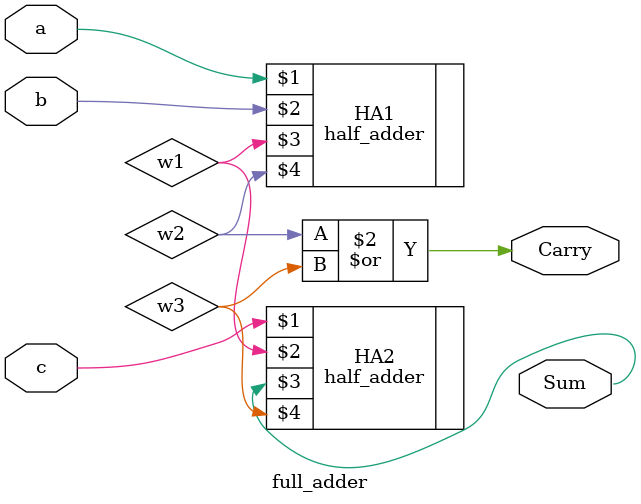
<source format=v>
module full_adder(input a, b, c, output Sum, Carry);
	wire w1, w2, w3;
	half_adder HA1(a, b, w1, w2);
	half_adder HA2(c, w1, Sum, w3);
	or G1(Carry, w2, w2, w3);
endmodule

</source>
